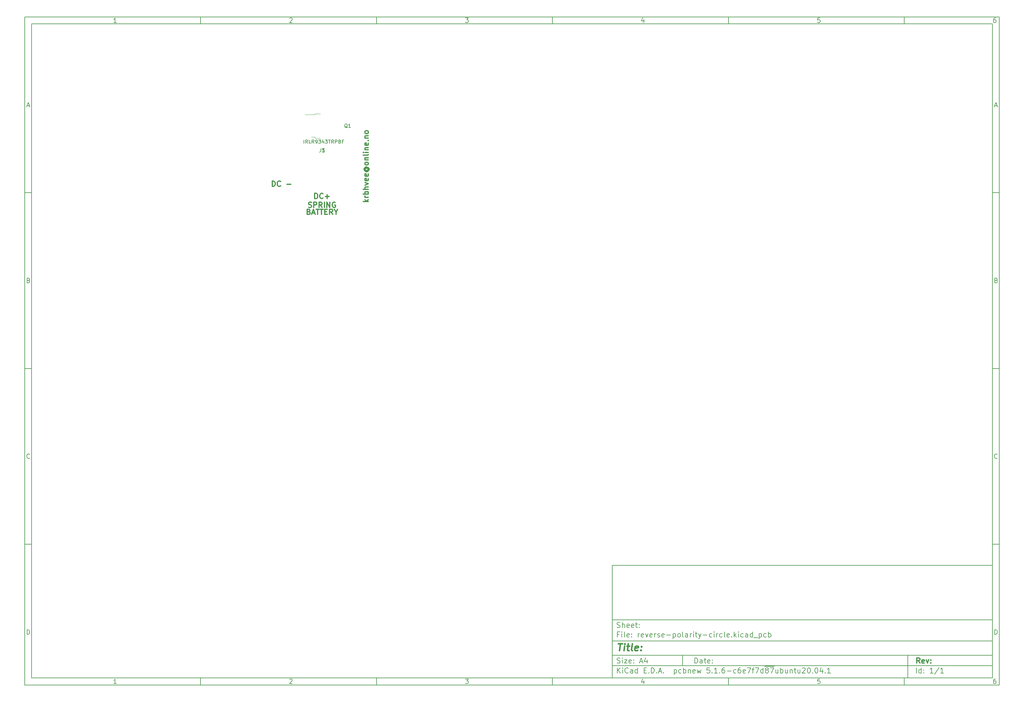
<source format=gbr>
G04 #@! TF.GenerationSoftware,KiCad,Pcbnew,5.1.6-c6e7f7d~87~ubuntu20.04.1*
G04 #@! TF.CreationDate,2020-08-14T09:14:16+02:00*
G04 #@! TF.ProjectId,reverse-polarity-circle,72657665-7273-4652-9d70-6f6c61726974,rev?*
G04 #@! TF.SameCoordinates,Original*
G04 #@! TF.FileFunction,Legend,Top*
G04 #@! TF.FilePolarity,Positive*
%FSLAX46Y46*%
G04 Gerber Fmt 4.6, Leading zero omitted, Abs format (unit mm)*
G04 Created by KiCad (PCBNEW 5.1.6-c6e7f7d~87~ubuntu20.04.1) date 2020-08-14 09:14:16*
%MOMM*%
%LPD*%
G01*
G04 APERTURE LIST*
%ADD10C,0.100000*%
%ADD11C,0.150000*%
%ADD12C,0.300000*%
%ADD13C,0.400000*%
%ADD14C,0.120000*%
G04 APERTURE END LIST*
D10*
D11*
X177002200Y-166007200D02*
X177002200Y-198007200D01*
X285002200Y-198007200D01*
X285002200Y-166007200D01*
X177002200Y-166007200D01*
D10*
D11*
X10000000Y-10000000D02*
X10000000Y-200007200D01*
X287002200Y-200007200D01*
X287002200Y-10000000D01*
X10000000Y-10000000D01*
D10*
D11*
X12000000Y-12000000D02*
X12000000Y-198007200D01*
X285002200Y-198007200D01*
X285002200Y-12000000D01*
X12000000Y-12000000D01*
D10*
D11*
X60000000Y-12000000D02*
X60000000Y-10000000D01*
D10*
D11*
X110000000Y-12000000D02*
X110000000Y-10000000D01*
D10*
D11*
X160000000Y-12000000D02*
X160000000Y-10000000D01*
D10*
D11*
X210000000Y-12000000D02*
X210000000Y-10000000D01*
D10*
D11*
X260000000Y-12000000D02*
X260000000Y-10000000D01*
D10*
D11*
X36065476Y-11588095D02*
X35322619Y-11588095D01*
X35694047Y-11588095D02*
X35694047Y-10288095D01*
X35570238Y-10473809D01*
X35446428Y-10597619D01*
X35322619Y-10659523D01*
D10*
D11*
X85322619Y-10411904D02*
X85384523Y-10350000D01*
X85508333Y-10288095D01*
X85817857Y-10288095D01*
X85941666Y-10350000D01*
X86003571Y-10411904D01*
X86065476Y-10535714D01*
X86065476Y-10659523D01*
X86003571Y-10845238D01*
X85260714Y-11588095D01*
X86065476Y-11588095D01*
D10*
D11*
X135260714Y-10288095D02*
X136065476Y-10288095D01*
X135632142Y-10783333D01*
X135817857Y-10783333D01*
X135941666Y-10845238D01*
X136003571Y-10907142D01*
X136065476Y-11030952D01*
X136065476Y-11340476D01*
X136003571Y-11464285D01*
X135941666Y-11526190D01*
X135817857Y-11588095D01*
X135446428Y-11588095D01*
X135322619Y-11526190D01*
X135260714Y-11464285D01*
D10*
D11*
X185941666Y-10721428D02*
X185941666Y-11588095D01*
X185632142Y-10226190D02*
X185322619Y-11154761D01*
X186127380Y-11154761D01*
D10*
D11*
X236003571Y-10288095D02*
X235384523Y-10288095D01*
X235322619Y-10907142D01*
X235384523Y-10845238D01*
X235508333Y-10783333D01*
X235817857Y-10783333D01*
X235941666Y-10845238D01*
X236003571Y-10907142D01*
X236065476Y-11030952D01*
X236065476Y-11340476D01*
X236003571Y-11464285D01*
X235941666Y-11526190D01*
X235817857Y-11588095D01*
X235508333Y-11588095D01*
X235384523Y-11526190D01*
X235322619Y-11464285D01*
D10*
D11*
X285941666Y-10288095D02*
X285694047Y-10288095D01*
X285570238Y-10350000D01*
X285508333Y-10411904D01*
X285384523Y-10597619D01*
X285322619Y-10845238D01*
X285322619Y-11340476D01*
X285384523Y-11464285D01*
X285446428Y-11526190D01*
X285570238Y-11588095D01*
X285817857Y-11588095D01*
X285941666Y-11526190D01*
X286003571Y-11464285D01*
X286065476Y-11340476D01*
X286065476Y-11030952D01*
X286003571Y-10907142D01*
X285941666Y-10845238D01*
X285817857Y-10783333D01*
X285570238Y-10783333D01*
X285446428Y-10845238D01*
X285384523Y-10907142D01*
X285322619Y-11030952D01*
D10*
D11*
X60000000Y-198007200D02*
X60000000Y-200007200D01*
D10*
D11*
X110000000Y-198007200D02*
X110000000Y-200007200D01*
D10*
D11*
X160000000Y-198007200D02*
X160000000Y-200007200D01*
D10*
D11*
X210000000Y-198007200D02*
X210000000Y-200007200D01*
D10*
D11*
X260000000Y-198007200D02*
X260000000Y-200007200D01*
D10*
D11*
X36065476Y-199595295D02*
X35322619Y-199595295D01*
X35694047Y-199595295D02*
X35694047Y-198295295D01*
X35570238Y-198481009D01*
X35446428Y-198604819D01*
X35322619Y-198666723D01*
D10*
D11*
X85322619Y-198419104D02*
X85384523Y-198357200D01*
X85508333Y-198295295D01*
X85817857Y-198295295D01*
X85941666Y-198357200D01*
X86003571Y-198419104D01*
X86065476Y-198542914D01*
X86065476Y-198666723D01*
X86003571Y-198852438D01*
X85260714Y-199595295D01*
X86065476Y-199595295D01*
D10*
D11*
X135260714Y-198295295D02*
X136065476Y-198295295D01*
X135632142Y-198790533D01*
X135817857Y-198790533D01*
X135941666Y-198852438D01*
X136003571Y-198914342D01*
X136065476Y-199038152D01*
X136065476Y-199347676D01*
X136003571Y-199471485D01*
X135941666Y-199533390D01*
X135817857Y-199595295D01*
X135446428Y-199595295D01*
X135322619Y-199533390D01*
X135260714Y-199471485D01*
D10*
D11*
X185941666Y-198728628D02*
X185941666Y-199595295D01*
X185632142Y-198233390D02*
X185322619Y-199161961D01*
X186127380Y-199161961D01*
D10*
D11*
X236003571Y-198295295D02*
X235384523Y-198295295D01*
X235322619Y-198914342D01*
X235384523Y-198852438D01*
X235508333Y-198790533D01*
X235817857Y-198790533D01*
X235941666Y-198852438D01*
X236003571Y-198914342D01*
X236065476Y-199038152D01*
X236065476Y-199347676D01*
X236003571Y-199471485D01*
X235941666Y-199533390D01*
X235817857Y-199595295D01*
X235508333Y-199595295D01*
X235384523Y-199533390D01*
X235322619Y-199471485D01*
D10*
D11*
X285941666Y-198295295D02*
X285694047Y-198295295D01*
X285570238Y-198357200D01*
X285508333Y-198419104D01*
X285384523Y-198604819D01*
X285322619Y-198852438D01*
X285322619Y-199347676D01*
X285384523Y-199471485D01*
X285446428Y-199533390D01*
X285570238Y-199595295D01*
X285817857Y-199595295D01*
X285941666Y-199533390D01*
X286003571Y-199471485D01*
X286065476Y-199347676D01*
X286065476Y-199038152D01*
X286003571Y-198914342D01*
X285941666Y-198852438D01*
X285817857Y-198790533D01*
X285570238Y-198790533D01*
X285446428Y-198852438D01*
X285384523Y-198914342D01*
X285322619Y-199038152D01*
D10*
D11*
X10000000Y-60000000D02*
X12000000Y-60000000D01*
D10*
D11*
X10000000Y-110000000D02*
X12000000Y-110000000D01*
D10*
D11*
X10000000Y-160000000D02*
X12000000Y-160000000D01*
D10*
D11*
X10690476Y-35216666D02*
X11309523Y-35216666D01*
X10566666Y-35588095D02*
X11000000Y-34288095D01*
X11433333Y-35588095D01*
D10*
D11*
X11092857Y-84907142D02*
X11278571Y-84969047D01*
X11340476Y-85030952D01*
X11402380Y-85154761D01*
X11402380Y-85340476D01*
X11340476Y-85464285D01*
X11278571Y-85526190D01*
X11154761Y-85588095D01*
X10659523Y-85588095D01*
X10659523Y-84288095D01*
X11092857Y-84288095D01*
X11216666Y-84350000D01*
X11278571Y-84411904D01*
X11340476Y-84535714D01*
X11340476Y-84659523D01*
X11278571Y-84783333D01*
X11216666Y-84845238D01*
X11092857Y-84907142D01*
X10659523Y-84907142D01*
D10*
D11*
X11402380Y-135464285D02*
X11340476Y-135526190D01*
X11154761Y-135588095D01*
X11030952Y-135588095D01*
X10845238Y-135526190D01*
X10721428Y-135402380D01*
X10659523Y-135278571D01*
X10597619Y-135030952D01*
X10597619Y-134845238D01*
X10659523Y-134597619D01*
X10721428Y-134473809D01*
X10845238Y-134350000D01*
X11030952Y-134288095D01*
X11154761Y-134288095D01*
X11340476Y-134350000D01*
X11402380Y-134411904D01*
D10*
D11*
X10659523Y-185588095D02*
X10659523Y-184288095D01*
X10969047Y-184288095D01*
X11154761Y-184350000D01*
X11278571Y-184473809D01*
X11340476Y-184597619D01*
X11402380Y-184845238D01*
X11402380Y-185030952D01*
X11340476Y-185278571D01*
X11278571Y-185402380D01*
X11154761Y-185526190D01*
X10969047Y-185588095D01*
X10659523Y-185588095D01*
D10*
D11*
X287002200Y-60000000D02*
X285002200Y-60000000D01*
D10*
D11*
X287002200Y-110000000D02*
X285002200Y-110000000D01*
D10*
D11*
X287002200Y-160000000D02*
X285002200Y-160000000D01*
D10*
D11*
X285692676Y-35216666D02*
X286311723Y-35216666D01*
X285568866Y-35588095D02*
X286002200Y-34288095D01*
X286435533Y-35588095D01*
D10*
D11*
X286095057Y-84907142D02*
X286280771Y-84969047D01*
X286342676Y-85030952D01*
X286404580Y-85154761D01*
X286404580Y-85340476D01*
X286342676Y-85464285D01*
X286280771Y-85526190D01*
X286156961Y-85588095D01*
X285661723Y-85588095D01*
X285661723Y-84288095D01*
X286095057Y-84288095D01*
X286218866Y-84350000D01*
X286280771Y-84411904D01*
X286342676Y-84535714D01*
X286342676Y-84659523D01*
X286280771Y-84783333D01*
X286218866Y-84845238D01*
X286095057Y-84907142D01*
X285661723Y-84907142D01*
D10*
D11*
X286404580Y-135464285D02*
X286342676Y-135526190D01*
X286156961Y-135588095D01*
X286033152Y-135588095D01*
X285847438Y-135526190D01*
X285723628Y-135402380D01*
X285661723Y-135278571D01*
X285599819Y-135030952D01*
X285599819Y-134845238D01*
X285661723Y-134597619D01*
X285723628Y-134473809D01*
X285847438Y-134350000D01*
X286033152Y-134288095D01*
X286156961Y-134288095D01*
X286342676Y-134350000D01*
X286404580Y-134411904D01*
D10*
D11*
X285661723Y-185588095D02*
X285661723Y-184288095D01*
X285971247Y-184288095D01*
X286156961Y-184350000D01*
X286280771Y-184473809D01*
X286342676Y-184597619D01*
X286404580Y-184845238D01*
X286404580Y-185030952D01*
X286342676Y-185278571D01*
X286280771Y-185402380D01*
X286156961Y-185526190D01*
X285971247Y-185588095D01*
X285661723Y-185588095D01*
D10*
D11*
X200434342Y-193785771D02*
X200434342Y-192285771D01*
X200791485Y-192285771D01*
X201005771Y-192357200D01*
X201148628Y-192500057D01*
X201220057Y-192642914D01*
X201291485Y-192928628D01*
X201291485Y-193142914D01*
X201220057Y-193428628D01*
X201148628Y-193571485D01*
X201005771Y-193714342D01*
X200791485Y-193785771D01*
X200434342Y-193785771D01*
X202577200Y-193785771D02*
X202577200Y-193000057D01*
X202505771Y-192857200D01*
X202362914Y-192785771D01*
X202077200Y-192785771D01*
X201934342Y-192857200D01*
X202577200Y-193714342D02*
X202434342Y-193785771D01*
X202077200Y-193785771D01*
X201934342Y-193714342D01*
X201862914Y-193571485D01*
X201862914Y-193428628D01*
X201934342Y-193285771D01*
X202077200Y-193214342D01*
X202434342Y-193214342D01*
X202577200Y-193142914D01*
X203077200Y-192785771D02*
X203648628Y-192785771D01*
X203291485Y-192285771D02*
X203291485Y-193571485D01*
X203362914Y-193714342D01*
X203505771Y-193785771D01*
X203648628Y-193785771D01*
X204720057Y-193714342D02*
X204577200Y-193785771D01*
X204291485Y-193785771D01*
X204148628Y-193714342D01*
X204077200Y-193571485D01*
X204077200Y-193000057D01*
X204148628Y-192857200D01*
X204291485Y-192785771D01*
X204577200Y-192785771D01*
X204720057Y-192857200D01*
X204791485Y-193000057D01*
X204791485Y-193142914D01*
X204077200Y-193285771D01*
X205434342Y-193642914D02*
X205505771Y-193714342D01*
X205434342Y-193785771D01*
X205362914Y-193714342D01*
X205434342Y-193642914D01*
X205434342Y-193785771D01*
X205434342Y-192857200D02*
X205505771Y-192928628D01*
X205434342Y-193000057D01*
X205362914Y-192928628D01*
X205434342Y-192857200D01*
X205434342Y-193000057D01*
D10*
D11*
X177002200Y-194507200D02*
X285002200Y-194507200D01*
D10*
D11*
X178434342Y-196585771D02*
X178434342Y-195085771D01*
X179291485Y-196585771D02*
X178648628Y-195728628D01*
X179291485Y-195085771D02*
X178434342Y-195942914D01*
X179934342Y-196585771D02*
X179934342Y-195585771D01*
X179934342Y-195085771D02*
X179862914Y-195157200D01*
X179934342Y-195228628D01*
X180005771Y-195157200D01*
X179934342Y-195085771D01*
X179934342Y-195228628D01*
X181505771Y-196442914D02*
X181434342Y-196514342D01*
X181220057Y-196585771D01*
X181077200Y-196585771D01*
X180862914Y-196514342D01*
X180720057Y-196371485D01*
X180648628Y-196228628D01*
X180577200Y-195942914D01*
X180577200Y-195728628D01*
X180648628Y-195442914D01*
X180720057Y-195300057D01*
X180862914Y-195157200D01*
X181077200Y-195085771D01*
X181220057Y-195085771D01*
X181434342Y-195157200D01*
X181505771Y-195228628D01*
X182791485Y-196585771D02*
X182791485Y-195800057D01*
X182720057Y-195657200D01*
X182577200Y-195585771D01*
X182291485Y-195585771D01*
X182148628Y-195657200D01*
X182791485Y-196514342D02*
X182648628Y-196585771D01*
X182291485Y-196585771D01*
X182148628Y-196514342D01*
X182077200Y-196371485D01*
X182077200Y-196228628D01*
X182148628Y-196085771D01*
X182291485Y-196014342D01*
X182648628Y-196014342D01*
X182791485Y-195942914D01*
X184148628Y-196585771D02*
X184148628Y-195085771D01*
X184148628Y-196514342D02*
X184005771Y-196585771D01*
X183720057Y-196585771D01*
X183577200Y-196514342D01*
X183505771Y-196442914D01*
X183434342Y-196300057D01*
X183434342Y-195871485D01*
X183505771Y-195728628D01*
X183577200Y-195657200D01*
X183720057Y-195585771D01*
X184005771Y-195585771D01*
X184148628Y-195657200D01*
X186005771Y-195800057D02*
X186505771Y-195800057D01*
X186720057Y-196585771D02*
X186005771Y-196585771D01*
X186005771Y-195085771D01*
X186720057Y-195085771D01*
X187362914Y-196442914D02*
X187434342Y-196514342D01*
X187362914Y-196585771D01*
X187291485Y-196514342D01*
X187362914Y-196442914D01*
X187362914Y-196585771D01*
X188077200Y-196585771D02*
X188077200Y-195085771D01*
X188434342Y-195085771D01*
X188648628Y-195157200D01*
X188791485Y-195300057D01*
X188862914Y-195442914D01*
X188934342Y-195728628D01*
X188934342Y-195942914D01*
X188862914Y-196228628D01*
X188791485Y-196371485D01*
X188648628Y-196514342D01*
X188434342Y-196585771D01*
X188077200Y-196585771D01*
X189577200Y-196442914D02*
X189648628Y-196514342D01*
X189577200Y-196585771D01*
X189505771Y-196514342D01*
X189577200Y-196442914D01*
X189577200Y-196585771D01*
X190220057Y-196157200D02*
X190934342Y-196157200D01*
X190077200Y-196585771D02*
X190577200Y-195085771D01*
X191077200Y-196585771D01*
X191577200Y-196442914D02*
X191648628Y-196514342D01*
X191577200Y-196585771D01*
X191505771Y-196514342D01*
X191577200Y-196442914D01*
X191577200Y-196585771D01*
X194577200Y-195585771D02*
X194577200Y-197085771D01*
X194577200Y-195657200D02*
X194720057Y-195585771D01*
X195005771Y-195585771D01*
X195148628Y-195657200D01*
X195220057Y-195728628D01*
X195291485Y-195871485D01*
X195291485Y-196300057D01*
X195220057Y-196442914D01*
X195148628Y-196514342D01*
X195005771Y-196585771D01*
X194720057Y-196585771D01*
X194577200Y-196514342D01*
X196577200Y-196514342D02*
X196434342Y-196585771D01*
X196148628Y-196585771D01*
X196005771Y-196514342D01*
X195934342Y-196442914D01*
X195862914Y-196300057D01*
X195862914Y-195871485D01*
X195934342Y-195728628D01*
X196005771Y-195657200D01*
X196148628Y-195585771D01*
X196434342Y-195585771D01*
X196577200Y-195657200D01*
X197220057Y-196585771D02*
X197220057Y-195085771D01*
X197220057Y-195657200D02*
X197362914Y-195585771D01*
X197648628Y-195585771D01*
X197791485Y-195657200D01*
X197862914Y-195728628D01*
X197934342Y-195871485D01*
X197934342Y-196300057D01*
X197862914Y-196442914D01*
X197791485Y-196514342D01*
X197648628Y-196585771D01*
X197362914Y-196585771D01*
X197220057Y-196514342D01*
X198577200Y-195585771D02*
X198577200Y-196585771D01*
X198577200Y-195728628D02*
X198648628Y-195657200D01*
X198791485Y-195585771D01*
X199005771Y-195585771D01*
X199148628Y-195657200D01*
X199220057Y-195800057D01*
X199220057Y-196585771D01*
X200505771Y-196514342D02*
X200362914Y-196585771D01*
X200077200Y-196585771D01*
X199934342Y-196514342D01*
X199862914Y-196371485D01*
X199862914Y-195800057D01*
X199934342Y-195657200D01*
X200077200Y-195585771D01*
X200362914Y-195585771D01*
X200505771Y-195657200D01*
X200577200Y-195800057D01*
X200577200Y-195942914D01*
X199862914Y-196085771D01*
X201077200Y-195585771D02*
X201362914Y-196585771D01*
X201648628Y-195871485D01*
X201934342Y-196585771D01*
X202220057Y-195585771D01*
X204648628Y-195085771D02*
X203934342Y-195085771D01*
X203862914Y-195800057D01*
X203934342Y-195728628D01*
X204077200Y-195657200D01*
X204434342Y-195657200D01*
X204577200Y-195728628D01*
X204648628Y-195800057D01*
X204720057Y-195942914D01*
X204720057Y-196300057D01*
X204648628Y-196442914D01*
X204577200Y-196514342D01*
X204434342Y-196585771D01*
X204077200Y-196585771D01*
X203934342Y-196514342D01*
X203862914Y-196442914D01*
X205362914Y-196442914D02*
X205434342Y-196514342D01*
X205362914Y-196585771D01*
X205291485Y-196514342D01*
X205362914Y-196442914D01*
X205362914Y-196585771D01*
X206862914Y-196585771D02*
X206005771Y-196585771D01*
X206434342Y-196585771D02*
X206434342Y-195085771D01*
X206291485Y-195300057D01*
X206148628Y-195442914D01*
X206005771Y-195514342D01*
X207505771Y-196442914D02*
X207577200Y-196514342D01*
X207505771Y-196585771D01*
X207434342Y-196514342D01*
X207505771Y-196442914D01*
X207505771Y-196585771D01*
X208862914Y-195085771D02*
X208577200Y-195085771D01*
X208434342Y-195157200D01*
X208362914Y-195228628D01*
X208220057Y-195442914D01*
X208148628Y-195728628D01*
X208148628Y-196300057D01*
X208220057Y-196442914D01*
X208291485Y-196514342D01*
X208434342Y-196585771D01*
X208720057Y-196585771D01*
X208862914Y-196514342D01*
X208934342Y-196442914D01*
X209005771Y-196300057D01*
X209005771Y-195942914D01*
X208934342Y-195800057D01*
X208862914Y-195728628D01*
X208720057Y-195657200D01*
X208434342Y-195657200D01*
X208291485Y-195728628D01*
X208220057Y-195800057D01*
X208148628Y-195942914D01*
X209648628Y-196014342D02*
X210791485Y-196014342D01*
X212148628Y-196514342D02*
X212005771Y-196585771D01*
X211720057Y-196585771D01*
X211577200Y-196514342D01*
X211505771Y-196442914D01*
X211434342Y-196300057D01*
X211434342Y-195871485D01*
X211505771Y-195728628D01*
X211577200Y-195657200D01*
X211720057Y-195585771D01*
X212005771Y-195585771D01*
X212148628Y-195657200D01*
X213434342Y-195085771D02*
X213148628Y-195085771D01*
X213005771Y-195157200D01*
X212934342Y-195228628D01*
X212791485Y-195442914D01*
X212720057Y-195728628D01*
X212720057Y-196300057D01*
X212791485Y-196442914D01*
X212862914Y-196514342D01*
X213005771Y-196585771D01*
X213291485Y-196585771D01*
X213434342Y-196514342D01*
X213505771Y-196442914D01*
X213577200Y-196300057D01*
X213577200Y-195942914D01*
X213505771Y-195800057D01*
X213434342Y-195728628D01*
X213291485Y-195657200D01*
X213005771Y-195657200D01*
X212862914Y-195728628D01*
X212791485Y-195800057D01*
X212720057Y-195942914D01*
X214791485Y-196514342D02*
X214648628Y-196585771D01*
X214362914Y-196585771D01*
X214220057Y-196514342D01*
X214148628Y-196371485D01*
X214148628Y-195800057D01*
X214220057Y-195657200D01*
X214362914Y-195585771D01*
X214648628Y-195585771D01*
X214791485Y-195657200D01*
X214862914Y-195800057D01*
X214862914Y-195942914D01*
X214148628Y-196085771D01*
X215362914Y-195085771D02*
X216362914Y-195085771D01*
X215720057Y-196585771D01*
X216720057Y-195585771D02*
X217291485Y-195585771D01*
X216934342Y-196585771D02*
X216934342Y-195300057D01*
X217005771Y-195157200D01*
X217148628Y-195085771D01*
X217291485Y-195085771D01*
X217648628Y-195085771D02*
X218648628Y-195085771D01*
X218005771Y-196585771D01*
X219862914Y-196585771D02*
X219862914Y-195085771D01*
X219862914Y-196514342D02*
X219720057Y-196585771D01*
X219434342Y-196585771D01*
X219291485Y-196514342D01*
X219220057Y-196442914D01*
X219148628Y-196300057D01*
X219148628Y-195871485D01*
X219220057Y-195728628D01*
X219291485Y-195657200D01*
X219434342Y-195585771D01*
X219720057Y-195585771D01*
X219862914Y-195657200D01*
X220220057Y-194677200D02*
X221648628Y-194677200D01*
X220791485Y-195728628D02*
X220648628Y-195657200D01*
X220577200Y-195585771D01*
X220505771Y-195442914D01*
X220505771Y-195371485D01*
X220577200Y-195228628D01*
X220648628Y-195157200D01*
X220791485Y-195085771D01*
X221077200Y-195085771D01*
X221220057Y-195157200D01*
X221291485Y-195228628D01*
X221362914Y-195371485D01*
X221362914Y-195442914D01*
X221291485Y-195585771D01*
X221220057Y-195657200D01*
X221077200Y-195728628D01*
X220791485Y-195728628D01*
X220648628Y-195800057D01*
X220577200Y-195871485D01*
X220505771Y-196014342D01*
X220505771Y-196300057D01*
X220577200Y-196442914D01*
X220648628Y-196514342D01*
X220791485Y-196585771D01*
X221077200Y-196585771D01*
X221220057Y-196514342D01*
X221291485Y-196442914D01*
X221362914Y-196300057D01*
X221362914Y-196014342D01*
X221291485Y-195871485D01*
X221220057Y-195800057D01*
X221077200Y-195728628D01*
X221648628Y-194677200D02*
X223077200Y-194677200D01*
X221862914Y-195085771D02*
X222862914Y-195085771D01*
X222220057Y-196585771D01*
X224077200Y-195585771D02*
X224077200Y-196585771D01*
X223434342Y-195585771D02*
X223434342Y-196371485D01*
X223505771Y-196514342D01*
X223648628Y-196585771D01*
X223862914Y-196585771D01*
X224005771Y-196514342D01*
X224077200Y-196442914D01*
X224791485Y-196585771D02*
X224791485Y-195085771D01*
X224791485Y-195657200D02*
X224934342Y-195585771D01*
X225220057Y-195585771D01*
X225362914Y-195657200D01*
X225434342Y-195728628D01*
X225505771Y-195871485D01*
X225505771Y-196300057D01*
X225434342Y-196442914D01*
X225362914Y-196514342D01*
X225220057Y-196585771D01*
X224934342Y-196585771D01*
X224791485Y-196514342D01*
X226791485Y-195585771D02*
X226791485Y-196585771D01*
X226148628Y-195585771D02*
X226148628Y-196371485D01*
X226220057Y-196514342D01*
X226362914Y-196585771D01*
X226577200Y-196585771D01*
X226720057Y-196514342D01*
X226791485Y-196442914D01*
X227505771Y-195585771D02*
X227505771Y-196585771D01*
X227505771Y-195728628D02*
X227577200Y-195657200D01*
X227720057Y-195585771D01*
X227934342Y-195585771D01*
X228077200Y-195657200D01*
X228148628Y-195800057D01*
X228148628Y-196585771D01*
X228648628Y-195585771D02*
X229220057Y-195585771D01*
X228862914Y-195085771D02*
X228862914Y-196371485D01*
X228934342Y-196514342D01*
X229077200Y-196585771D01*
X229220057Y-196585771D01*
X230362914Y-195585771D02*
X230362914Y-196585771D01*
X229720057Y-195585771D02*
X229720057Y-196371485D01*
X229791485Y-196514342D01*
X229934342Y-196585771D01*
X230148628Y-196585771D01*
X230291485Y-196514342D01*
X230362914Y-196442914D01*
X231005771Y-195228628D02*
X231077200Y-195157200D01*
X231220057Y-195085771D01*
X231577200Y-195085771D01*
X231720057Y-195157200D01*
X231791485Y-195228628D01*
X231862914Y-195371485D01*
X231862914Y-195514342D01*
X231791485Y-195728628D01*
X230934342Y-196585771D01*
X231862914Y-196585771D01*
X232791485Y-195085771D02*
X232934342Y-195085771D01*
X233077200Y-195157200D01*
X233148628Y-195228628D01*
X233220057Y-195371485D01*
X233291485Y-195657200D01*
X233291485Y-196014342D01*
X233220057Y-196300057D01*
X233148628Y-196442914D01*
X233077200Y-196514342D01*
X232934342Y-196585771D01*
X232791485Y-196585771D01*
X232648628Y-196514342D01*
X232577200Y-196442914D01*
X232505771Y-196300057D01*
X232434342Y-196014342D01*
X232434342Y-195657200D01*
X232505771Y-195371485D01*
X232577200Y-195228628D01*
X232648628Y-195157200D01*
X232791485Y-195085771D01*
X233934342Y-196442914D02*
X234005771Y-196514342D01*
X233934342Y-196585771D01*
X233862914Y-196514342D01*
X233934342Y-196442914D01*
X233934342Y-196585771D01*
X234934342Y-195085771D02*
X235077200Y-195085771D01*
X235220057Y-195157200D01*
X235291485Y-195228628D01*
X235362914Y-195371485D01*
X235434342Y-195657200D01*
X235434342Y-196014342D01*
X235362914Y-196300057D01*
X235291485Y-196442914D01*
X235220057Y-196514342D01*
X235077200Y-196585771D01*
X234934342Y-196585771D01*
X234791485Y-196514342D01*
X234720057Y-196442914D01*
X234648628Y-196300057D01*
X234577200Y-196014342D01*
X234577200Y-195657200D01*
X234648628Y-195371485D01*
X234720057Y-195228628D01*
X234791485Y-195157200D01*
X234934342Y-195085771D01*
X236720057Y-195585771D02*
X236720057Y-196585771D01*
X236362914Y-195014342D02*
X236005771Y-196085771D01*
X236934342Y-196085771D01*
X237505771Y-196442914D02*
X237577199Y-196514342D01*
X237505771Y-196585771D01*
X237434342Y-196514342D01*
X237505771Y-196442914D01*
X237505771Y-196585771D01*
X239005771Y-196585771D02*
X238148628Y-196585771D01*
X238577200Y-196585771D02*
X238577200Y-195085771D01*
X238434342Y-195300057D01*
X238291485Y-195442914D01*
X238148628Y-195514342D01*
D10*
D11*
X177002200Y-191507200D02*
X285002200Y-191507200D01*
D10*
D12*
X264411485Y-193785771D02*
X263911485Y-193071485D01*
X263554342Y-193785771D02*
X263554342Y-192285771D01*
X264125771Y-192285771D01*
X264268628Y-192357200D01*
X264340057Y-192428628D01*
X264411485Y-192571485D01*
X264411485Y-192785771D01*
X264340057Y-192928628D01*
X264268628Y-193000057D01*
X264125771Y-193071485D01*
X263554342Y-193071485D01*
X265625771Y-193714342D02*
X265482914Y-193785771D01*
X265197200Y-193785771D01*
X265054342Y-193714342D01*
X264982914Y-193571485D01*
X264982914Y-193000057D01*
X265054342Y-192857200D01*
X265197200Y-192785771D01*
X265482914Y-192785771D01*
X265625771Y-192857200D01*
X265697200Y-193000057D01*
X265697200Y-193142914D01*
X264982914Y-193285771D01*
X266197200Y-192785771D02*
X266554342Y-193785771D01*
X266911485Y-192785771D01*
X267482914Y-193642914D02*
X267554342Y-193714342D01*
X267482914Y-193785771D01*
X267411485Y-193714342D01*
X267482914Y-193642914D01*
X267482914Y-193785771D01*
X267482914Y-192857200D02*
X267554342Y-192928628D01*
X267482914Y-193000057D01*
X267411485Y-192928628D01*
X267482914Y-192857200D01*
X267482914Y-193000057D01*
D10*
D11*
X178362914Y-193714342D02*
X178577200Y-193785771D01*
X178934342Y-193785771D01*
X179077200Y-193714342D01*
X179148628Y-193642914D01*
X179220057Y-193500057D01*
X179220057Y-193357200D01*
X179148628Y-193214342D01*
X179077200Y-193142914D01*
X178934342Y-193071485D01*
X178648628Y-193000057D01*
X178505771Y-192928628D01*
X178434342Y-192857200D01*
X178362914Y-192714342D01*
X178362914Y-192571485D01*
X178434342Y-192428628D01*
X178505771Y-192357200D01*
X178648628Y-192285771D01*
X179005771Y-192285771D01*
X179220057Y-192357200D01*
X179862914Y-193785771D02*
X179862914Y-192785771D01*
X179862914Y-192285771D02*
X179791485Y-192357200D01*
X179862914Y-192428628D01*
X179934342Y-192357200D01*
X179862914Y-192285771D01*
X179862914Y-192428628D01*
X180434342Y-192785771D02*
X181220057Y-192785771D01*
X180434342Y-193785771D01*
X181220057Y-193785771D01*
X182362914Y-193714342D02*
X182220057Y-193785771D01*
X181934342Y-193785771D01*
X181791485Y-193714342D01*
X181720057Y-193571485D01*
X181720057Y-193000057D01*
X181791485Y-192857200D01*
X181934342Y-192785771D01*
X182220057Y-192785771D01*
X182362914Y-192857200D01*
X182434342Y-193000057D01*
X182434342Y-193142914D01*
X181720057Y-193285771D01*
X183077200Y-193642914D02*
X183148628Y-193714342D01*
X183077200Y-193785771D01*
X183005771Y-193714342D01*
X183077200Y-193642914D01*
X183077200Y-193785771D01*
X183077200Y-192857200D02*
X183148628Y-192928628D01*
X183077200Y-193000057D01*
X183005771Y-192928628D01*
X183077200Y-192857200D01*
X183077200Y-193000057D01*
X184862914Y-193357200D02*
X185577200Y-193357200D01*
X184720057Y-193785771D02*
X185220057Y-192285771D01*
X185720057Y-193785771D01*
X186862914Y-192785771D02*
X186862914Y-193785771D01*
X186505771Y-192214342D02*
X186148628Y-193285771D01*
X187077200Y-193285771D01*
D10*
D11*
X263434342Y-196585771D02*
X263434342Y-195085771D01*
X264791485Y-196585771D02*
X264791485Y-195085771D01*
X264791485Y-196514342D02*
X264648628Y-196585771D01*
X264362914Y-196585771D01*
X264220057Y-196514342D01*
X264148628Y-196442914D01*
X264077200Y-196300057D01*
X264077200Y-195871485D01*
X264148628Y-195728628D01*
X264220057Y-195657200D01*
X264362914Y-195585771D01*
X264648628Y-195585771D01*
X264791485Y-195657200D01*
X265505771Y-196442914D02*
X265577200Y-196514342D01*
X265505771Y-196585771D01*
X265434342Y-196514342D01*
X265505771Y-196442914D01*
X265505771Y-196585771D01*
X265505771Y-195657200D02*
X265577200Y-195728628D01*
X265505771Y-195800057D01*
X265434342Y-195728628D01*
X265505771Y-195657200D01*
X265505771Y-195800057D01*
X268148628Y-196585771D02*
X267291485Y-196585771D01*
X267720057Y-196585771D02*
X267720057Y-195085771D01*
X267577200Y-195300057D01*
X267434342Y-195442914D01*
X267291485Y-195514342D01*
X269862914Y-195014342D02*
X268577200Y-196942914D01*
X271148628Y-196585771D02*
X270291485Y-196585771D01*
X270720057Y-196585771D02*
X270720057Y-195085771D01*
X270577200Y-195300057D01*
X270434342Y-195442914D01*
X270291485Y-195514342D01*
D10*
D11*
X177002200Y-187507200D02*
X285002200Y-187507200D01*
D10*
D13*
X178714580Y-188211961D02*
X179857438Y-188211961D01*
X179036009Y-190211961D02*
X179286009Y-188211961D01*
X180274104Y-190211961D02*
X180440771Y-188878628D01*
X180524104Y-188211961D02*
X180416961Y-188307200D01*
X180500295Y-188402438D01*
X180607438Y-188307200D01*
X180524104Y-188211961D01*
X180500295Y-188402438D01*
X181107438Y-188878628D02*
X181869342Y-188878628D01*
X181476485Y-188211961D02*
X181262200Y-189926247D01*
X181333628Y-190116723D01*
X181512200Y-190211961D01*
X181702676Y-190211961D01*
X182655057Y-190211961D02*
X182476485Y-190116723D01*
X182405057Y-189926247D01*
X182619342Y-188211961D01*
X184190771Y-190116723D02*
X183988390Y-190211961D01*
X183607438Y-190211961D01*
X183428866Y-190116723D01*
X183357438Y-189926247D01*
X183452676Y-189164342D01*
X183571723Y-188973866D01*
X183774104Y-188878628D01*
X184155057Y-188878628D01*
X184333628Y-188973866D01*
X184405057Y-189164342D01*
X184381247Y-189354819D01*
X183405057Y-189545295D01*
X185155057Y-190021485D02*
X185238390Y-190116723D01*
X185131247Y-190211961D01*
X185047914Y-190116723D01*
X185155057Y-190021485D01*
X185131247Y-190211961D01*
X185286009Y-188973866D02*
X185369342Y-189069104D01*
X185262200Y-189164342D01*
X185178866Y-189069104D01*
X185286009Y-188973866D01*
X185262200Y-189164342D01*
D10*
D11*
X178934342Y-185600057D02*
X178434342Y-185600057D01*
X178434342Y-186385771D02*
X178434342Y-184885771D01*
X179148628Y-184885771D01*
X179720057Y-186385771D02*
X179720057Y-185385771D01*
X179720057Y-184885771D02*
X179648628Y-184957200D01*
X179720057Y-185028628D01*
X179791485Y-184957200D01*
X179720057Y-184885771D01*
X179720057Y-185028628D01*
X180648628Y-186385771D02*
X180505771Y-186314342D01*
X180434342Y-186171485D01*
X180434342Y-184885771D01*
X181791485Y-186314342D02*
X181648628Y-186385771D01*
X181362914Y-186385771D01*
X181220057Y-186314342D01*
X181148628Y-186171485D01*
X181148628Y-185600057D01*
X181220057Y-185457200D01*
X181362914Y-185385771D01*
X181648628Y-185385771D01*
X181791485Y-185457200D01*
X181862914Y-185600057D01*
X181862914Y-185742914D01*
X181148628Y-185885771D01*
X182505771Y-186242914D02*
X182577200Y-186314342D01*
X182505771Y-186385771D01*
X182434342Y-186314342D01*
X182505771Y-186242914D01*
X182505771Y-186385771D01*
X182505771Y-185457200D02*
X182577200Y-185528628D01*
X182505771Y-185600057D01*
X182434342Y-185528628D01*
X182505771Y-185457200D01*
X182505771Y-185600057D01*
X184362914Y-186385771D02*
X184362914Y-185385771D01*
X184362914Y-185671485D02*
X184434342Y-185528628D01*
X184505771Y-185457200D01*
X184648628Y-185385771D01*
X184791485Y-185385771D01*
X185862914Y-186314342D02*
X185720057Y-186385771D01*
X185434342Y-186385771D01*
X185291485Y-186314342D01*
X185220057Y-186171485D01*
X185220057Y-185600057D01*
X185291485Y-185457200D01*
X185434342Y-185385771D01*
X185720057Y-185385771D01*
X185862914Y-185457200D01*
X185934342Y-185600057D01*
X185934342Y-185742914D01*
X185220057Y-185885771D01*
X186434342Y-185385771D02*
X186791485Y-186385771D01*
X187148628Y-185385771D01*
X188291485Y-186314342D02*
X188148628Y-186385771D01*
X187862914Y-186385771D01*
X187720057Y-186314342D01*
X187648628Y-186171485D01*
X187648628Y-185600057D01*
X187720057Y-185457200D01*
X187862914Y-185385771D01*
X188148628Y-185385771D01*
X188291485Y-185457200D01*
X188362914Y-185600057D01*
X188362914Y-185742914D01*
X187648628Y-185885771D01*
X189005771Y-186385771D02*
X189005771Y-185385771D01*
X189005771Y-185671485D02*
X189077200Y-185528628D01*
X189148628Y-185457200D01*
X189291485Y-185385771D01*
X189434342Y-185385771D01*
X189862914Y-186314342D02*
X190005771Y-186385771D01*
X190291485Y-186385771D01*
X190434342Y-186314342D01*
X190505771Y-186171485D01*
X190505771Y-186100057D01*
X190434342Y-185957200D01*
X190291485Y-185885771D01*
X190077200Y-185885771D01*
X189934342Y-185814342D01*
X189862914Y-185671485D01*
X189862914Y-185600057D01*
X189934342Y-185457200D01*
X190077200Y-185385771D01*
X190291485Y-185385771D01*
X190434342Y-185457200D01*
X191720057Y-186314342D02*
X191577200Y-186385771D01*
X191291485Y-186385771D01*
X191148628Y-186314342D01*
X191077200Y-186171485D01*
X191077200Y-185600057D01*
X191148628Y-185457200D01*
X191291485Y-185385771D01*
X191577200Y-185385771D01*
X191720057Y-185457200D01*
X191791485Y-185600057D01*
X191791485Y-185742914D01*
X191077200Y-185885771D01*
X192434342Y-185814342D02*
X193577200Y-185814342D01*
X194291485Y-185385771D02*
X194291485Y-186885771D01*
X194291485Y-185457200D02*
X194434342Y-185385771D01*
X194720057Y-185385771D01*
X194862914Y-185457200D01*
X194934342Y-185528628D01*
X195005771Y-185671485D01*
X195005771Y-186100057D01*
X194934342Y-186242914D01*
X194862914Y-186314342D01*
X194720057Y-186385771D01*
X194434342Y-186385771D01*
X194291485Y-186314342D01*
X195862914Y-186385771D02*
X195720057Y-186314342D01*
X195648628Y-186242914D01*
X195577200Y-186100057D01*
X195577200Y-185671485D01*
X195648628Y-185528628D01*
X195720057Y-185457200D01*
X195862914Y-185385771D01*
X196077200Y-185385771D01*
X196220057Y-185457200D01*
X196291485Y-185528628D01*
X196362914Y-185671485D01*
X196362914Y-186100057D01*
X196291485Y-186242914D01*
X196220057Y-186314342D01*
X196077200Y-186385771D01*
X195862914Y-186385771D01*
X197220057Y-186385771D02*
X197077200Y-186314342D01*
X197005771Y-186171485D01*
X197005771Y-184885771D01*
X198434342Y-186385771D02*
X198434342Y-185600057D01*
X198362914Y-185457200D01*
X198220057Y-185385771D01*
X197934342Y-185385771D01*
X197791485Y-185457200D01*
X198434342Y-186314342D02*
X198291485Y-186385771D01*
X197934342Y-186385771D01*
X197791485Y-186314342D01*
X197720057Y-186171485D01*
X197720057Y-186028628D01*
X197791485Y-185885771D01*
X197934342Y-185814342D01*
X198291485Y-185814342D01*
X198434342Y-185742914D01*
X199148628Y-186385771D02*
X199148628Y-185385771D01*
X199148628Y-185671485D02*
X199220057Y-185528628D01*
X199291485Y-185457200D01*
X199434342Y-185385771D01*
X199577200Y-185385771D01*
X200077200Y-186385771D02*
X200077200Y-185385771D01*
X200077200Y-184885771D02*
X200005771Y-184957200D01*
X200077200Y-185028628D01*
X200148628Y-184957200D01*
X200077200Y-184885771D01*
X200077200Y-185028628D01*
X200577200Y-185385771D02*
X201148628Y-185385771D01*
X200791485Y-184885771D02*
X200791485Y-186171485D01*
X200862914Y-186314342D01*
X201005771Y-186385771D01*
X201148628Y-186385771D01*
X201505771Y-185385771D02*
X201862914Y-186385771D01*
X202220057Y-185385771D02*
X201862914Y-186385771D01*
X201720057Y-186742914D01*
X201648628Y-186814342D01*
X201505771Y-186885771D01*
X202791485Y-185814342D02*
X203934342Y-185814342D01*
X205291485Y-186314342D02*
X205148628Y-186385771D01*
X204862914Y-186385771D01*
X204720057Y-186314342D01*
X204648628Y-186242914D01*
X204577200Y-186100057D01*
X204577200Y-185671485D01*
X204648628Y-185528628D01*
X204720057Y-185457200D01*
X204862914Y-185385771D01*
X205148628Y-185385771D01*
X205291485Y-185457200D01*
X205934342Y-186385771D02*
X205934342Y-185385771D01*
X205934342Y-184885771D02*
X205862914Y-184957200D01*
X205934342Y-185028628D01*
X206005771Y-184957200D01*
X205934342Y-184885771D01*
X205934342Y-185028628D01*
X206648628Y-186385771D02*
X206648628Y-185385771D01*
X206648628Y-185671485D02*
X206720057Y-185528628D01*
X206791485Y-185457200D01*
X206934342Y-185385771D01*
X207077200Y-185385771D01*
X208220057Y-186314342D02*
X208077200Y-186385771D01*
X207791485Y-186385771D01*
X207648628Y-186314342D01*
X207577200Y-186242914D01*
X207505771Y-186100057D01*
X207505771Y-185671485D01*
X207577200Y-185528628D01*
X207648628Y-185457200D01*
X207791485Y-185385771D01*
X208077200Y-185385771D01*
X208220057Y-185457200D01*
X209077200Y-186385771D02*
X208934342Y-186314342D01*
X208862914Y-186171485D01*
X208862914Y-184885771D01*
X210220057Y-186314342D02*
X210077200Y-186385771D01*
X209791485Y-186385771D01*
X209648628Y-186314342D01*
X209577200Y-186171485D01*
X209577200Y-185600057D01*
X209648628Y-185457200D01*
X209791485Y-185385771D01*
X210077200Y-185385771D01*
X210220057Y-185457200D01*
X210291485Y-185600057D01*
X210291485Y-185742914D01*
X209577200Y-185885771D01*
X210934342Y-186242914D02*
X211005771Y-186314342D01*
X210934342Y-186385771D01*
X210862914Y-186314342D01*
X210934342Y-186242914D01*
X210934342Y-186385771D01*
X211648628Y-186385771D02*
X211648628Y-184885771D01*
X211791485Y-185814342D02*
X212220057Y-186385771D01*
X212220057Y-185385771D02*
X211648628Y-185957200D01*
X212862914Y-186385771D02*
X212862914Y-185385771D01*
X212862914Y-184885771D02*
X212791485Y-184957200D01*
X212862914Y-185028628D01*
X212934342Y-184957200D01*
X212862914Y-184885771D01*
X212862914Y-185028628D01*
X214220057Y-186314342D02*
X214077200Y-186385771D01*
X213791485Y-186385771D01*
X213648628Y-186314342D01*
X213577200Y-186242914D01*
X213505771Y-186100057D01*
X213505771Y-185671485D01*
X213577200Y-185528628D01*
X213648628Y-185457200D01*
X213791485Y-185385771D01*
X214077200Y-185385771D01*
X214220057Y-185457200D01*
X215505771Y-186385771D02*
X215505771Y-185600057D01*
X215434342Y-185457200D01*
X215291485Y-185385771D01*
X215005771Y-185385771D01*
X214862914Y-185457200D01*
X215505771Y-186314342D02*
X215362914Y-186385771D01*
X215005771Y-186385771D01*
X214862914Y-186314342D01*
X214791485Y-186171485D01*
X214791485Y-186028628D01*
X214862914Y-185885771D01*
X215005771Y-185814342D01*
X215362914Y-185814342D01*
X215505771Y-185742914D01*
X216862914Y-186385771D02*
X216862914Y-184885771D01*
X216862914Y-186314342D02*
X216720057Y-186385771D01*
X216434342Y-186385771D01*
X216291485Y-186314342D01*
X216220057Y-186242914D01*
X216148628Y-186100057D01*
X216148628Y-185671485D01*
X216220057Y-185528628D01*
X216291485Y-185457200D01*
X216434342Y-185385771D01*
X216720057Y-185385771D01*
X216862914Y-185457200D01*
X217220057Y-186528628D02*
X218362914Y-186528628D01*
X218720057Y-185385771D02*
X218720057Y-186885771D01*
X218720057Y-185457200D02*
X218862914Y-185385771D01*
X219148628Y-185385771D01*
X219291485Y-185457200D01*
X219362914Y-185528628D01*
X219434342Y-185671485D01*
X219434342Y-186100057D01*
X219362914Y-186242914D01*
X219291485Y-186314342D01*
X219148628Y-186385771D01*
X218862914Y-186385771D01*
X218720057Y-186314342D01*
X220720057Y-186314342D02*
X220577200Y-186385771D01*
X220291485Y-186385771D01*
X220148628Y-186314342D01*
X220077200Y-186242914D01*
X220005771Y-186100057D01*
X220005771Y-185671485D01*
X220077200Y-185528628D01*
X220148628Y-185457200D01*
X220291485Y-185385771D01*
X220577200Y-185385771D01*
X220720057Y-185457200D01*
X221362914Y-186385771D02*
X221362914Y-184885771D01*
X221362914Y-185457200D02*
X221505771Y-185385771D01*
X221791485Y-185385771D01*
X221934342Y-185457200D01*
X222005771Y-185528628D01*
X222077200Y-185671485D01*
X222077200Y-186100057D01*
X222005771Y-186242914D01*
X221934342Y-186314342D01*
X221791485Y-186385771D01*
X221505771Y-186385771D01*
X221362914Y-186314342D01*
D10*
D11*
X177002200Y-181507200D02*
X285002200Y-181507200D01*
D10*
D11*
X178362914Y-183614342D02*
X178577200Y-183685771D01*
X178934342Y-183685771D01*
X179077200Y-183614342D01*
X179148628Y-183542914D01*
X179220057Y-183400057D01*
X179220057Y-183257200D01*
X179148628Y-183114342D01*
X179077200Y-183042914D01*
X178934342Y-182971485D01*
X178648628Y-182900057D01*
X178505771Y-182828628D01*
X178434342Y-182757200D01*
X178362914Y-182614342D01*
X178362914Y-182471485D01*
X178434342Y-182328628D01*
X178505771Y-182257200D01*
X178648628Y-182185771D01*
X179005771Y-182185771D01*
X179220057Y-182257200D01*
X179862914Y-183685771D02*
X179862914Y-182185771D01*
X180505771Y-183685771D02*
X180505771Y-182900057D01*
X180434342Y-182757200D01*
X180291485Y-182685771D01*
X180077200Y-182685771D01*
X179934342Y-182757200D01*
X179862914Y-182828628D01*
X181791485Y-183614342D02*
X181648628Y-183685771D01*
X181362914Y-183685771D01*
X181220057Y-183614342D01*
X181148628Y-183471485D01*
X181148628Y-182900057D01*
X181220057Y-182757200D01*
X181362914Y-182685771D01*
X181648628Y-182685771D01*
X181791485Y-182757200D01*
X181862914Y-182900057D01*
X181862914Y-183042914D01*
X181148628Y-183185771D01*
X183077200Y-183614342D02*
X182934342Y-183685771D01*
X182648628Y-183685771D01*
X182505771Y-183614342D01*
X182434342Y-183471485D01*
X182434342Y-182900057D01*
X182505771Y-182757200D01*
X182648628Y-182685771D01*
X182934342Y-182685771D01*
X183077200Y-182757200D01*
X183148628Y-182900057D01*
X183148628Y-183042914D01*
X182434342Y-183185771D01*
X183577200Y-182685771D02*
X184148628Y-182685771D01*
X183791485Y-182185771D02*
X183791485Y-183471485D01*
X183862914Y-183614342D01*
X184005771Y-183685771D01*
X184148628Y-183685771D01*
X184648628Y-183542914D02*
X184720057Y-183614342D01*
X184648628Y-183685771D01*
X184577200Y-183614342D01*
X184648628Y-183542914D01*
X184648628Y-183685771D01*
X184648628Y-182757200D02*
X184720057Y-182828628D01*
X184648628Y-182900057D01*
X184577200Y-182828628D01*
X184648628Y-182757200D01*
X184648628Y-182900057D01*
D10*
D11*
X197002200Y-191507200D02*
X197002200Y-194507200D01*
D10*
D11*
X261002200Y-191507200D02*
X261002200Y-198007200D01*
D12*
X107678571Y-62535714D02*
X106178571Y-62535714D01*
X107107142Y-62392857D02*
X107678571Y-61964285D01*
X106678571Y-61964285D02*
X107250000Y-62535714D01*
X107678571Y-61321428D02*
X106678571Y-61321428D01*
X106964285Y-61321428D02*
X106821428Y-61250000D01*
X106750000Y-61178571D01*
X106678571Y-61035714D01*
X106678571Y-60892857D01*
X107678571Y-60392857D02*
X106178571Y-60392857D01*
X106750000Y-60392857D02*
X106678571Y-60250000D01*
X106678571Y-59964285D01*
X106750000Y-59821428D01*
X106821428Y-59750000D01*
X106964285Y-59678571D01*
X107392857Y-59678571D01*
X107535714Y-59750000D01*
X107607142Y-59821428D01*
X107678571Y-59964285D01*
X107678571Y-60250000D01*
X107607142Y-60392857D01*
X107678571Y-59035714D02*
X106178571Y-59035714D01*
X107678571Y-58392857D02*
X106892857Y-58392857D01*
X106750000Y-58464285D01*
X106678571Y-58607142D01*
X106678571Y-58821428D01*
X106750000Y-58964285D01*
X106821428Y-59035714D01*
X106678571Y-57821428D02*
X107678571Y-57464285D01*
X106678571Y-57107142D01*
X107607142Y-55964285D02*
X107678571Y-56107142D01*
X107678571Y-56392857D01*
X107607142Y-56535714D01*
X107464285Y-56607142D01*
X106892857Y-56607142D01*
X106750000Y-56535714D01*
X106678571Y-56392857D01*
X106678571Y-56107142D01*
X106750000Y-55964285D01*
X106892857Y-55892857D01*
X107035714Y-55892857D01*
X107178571Y-56607142D01*
X107607142Y-54678571D02*
X107678571Y-54821428D01*
X107678571Y-55107142D01*
X107607142Y-55250000D01*
X107464285Y-55321428D01*
X106892857Y-55321428D01*
X106750000Y-55250000D01*
X106678571Y-55107142D01*
X106678571Y-54821428D01*
X106750000Y-54678571D01*
X106892857Y-54607142D01*
X107035714Y-54607142D01*
X107178571Y-55321428D01*
X106964285Y-53035714D02*
X106892857Y-53107142D01*
X106821428Y-53250000D01*
X106821428Y-53392857D01*
X106892857Y-53535714D01*
X106964285Y-53607142D01*
X107107142Y-53678571D01*
X107250000Y-53678571D01*
X107392857Y-53607142D01*
X107464285Y-53535714D01*
X107535714Y-53392857D01*
X107535714Y-53250000D01*
X107464285Y-53107142D01*
X107392857Y-53035714D01*
X106821428Y-53035714D02*
X107392857Y-53035714D01*
X107464285Y-52964285D01*
X107464285Y-52892857D01*
X107392857Y-52750000D01*
X107250000Y-52678571D01*
X106892857Y-52678571D01*
X106678571Y-52821428D01*
X106535714Y-53035714D01*
X106464285Y-53321428D01*
X106535714Y-53607142D01*
X106678571Y-53821428D01*
X106892857Y-53964285D01*
X107178571Y-54035714D01*
X107464285Y-53964285D01*
X107678571Y-53821428D01*
X107821428Y-53607142D01*
X107892857Y-53321428D01*
X107821428Y-53035714D01*
X107678571Y-52821428D01*
X107678571Y-51821428D02*
X107607142Y-51964285D01*
X107535714Y-52035714D01*
X107392857Y-52107142D01*
X106964285Y-52107142D01*
X106821428Y-52035714D01*
X106750000Y-51964285D01*
X106678571Y-51821428D01*
X106678571Y-51607142D01*
X106750000Y-51464285D01*
X106821428Y-51392857D01*
X106964285Y-51321428D01*
X107392857Y-51321428D01*
X107535714Y-51392857D01*
X107607142Y-51464285D01*
X107678571Y-51607142D01*
X107678571Y-51821428D01*
X106678571Y-50678571D02*
X107678571Y-50678571D01*
X106821428Y-50678571D02*
X106750000Y-50607142D01*
X106678571Y-50464285D01*
X106678571Y-50250000D01*
X106750000Y-50107142D01*
X106892857Y-50035714D01*
X107678571Y-50035714D01*
X107678571Y-49107142D02*
X107607142Y-49250000D01*
X107464285Y-49321428D01*
X106178571Y-49321428D01*
X107678571Y-48535714D02*
X106678571Y-48535714D01*
X106178571Y-48535714D02*
X106250000Y-48607142D01*
X106321428Y-48535714D01*
X106250000Y-48464285D01*
X106178571Y-48535714D01*
X106321428Y-48535714D01*
X106678571Y-47821428D02*
X107678571Y-47821428D01*
X106821428Y-47821428D02*
X106750000Y-47750000D01*
X106678571Y-47607142D01*
X106678571Y-47392857D01*
X106750000Y-47250000D01*
X106892857Y-47178571D01*
X107678571Y-47178571D01*
X107607142Y-45892857D02*
X107678571Y-46035714D01*
X107678571Y-46321428D01*
X107607142Y-46464285D01*
X107464285Y-46535714D01*
X106892857Y-46535714D01*
X106750000Y-46464285D01*
X106678571Y-46321428D01*
X106678571Y-46035714D01*
X106750000Y-45892857D01*
X106892857Y-45821428D01*
X107035714Y-45821428D01*
X107178571Y-46535714D01*
X107535714Y-45178571D02*
X107607142Y-45107142D01*
X107678571Y-45178571D01*
X107607142Y-45250000D01*
X107535714Y-45178571D01*
X107678571Y-45178571D01*
X106678571Y-44464285D02*
X107678571Y-44464285D01*
X106821428Y-44464285D02*
X106750000Y-44392857D01*
X106678571Y-44250000D01*
X106678571Y-44035714D01*
X106750000Y-43892857D01*
X106892857Y-43821428D01*
X107678571Y-43821428D01*
X107678571Y-42892857D02*
X107607142Y-43035714D01*
X107535714Y-43107142D01*
X107392857Y-43178571D01*
X106964285Y-43178571D01*
X106821428Y-43107142D01*
X106750000Y-43035714D01*
X106678571Y-42892857D01*
X106678571Y-42678571D01*
X106750000Y-42535714D01*
X106821428Y-42464285D01*
X106964285Y-42392857D01*
X107392857Y-42392857D01*
X107535714Y-42464285D01*
X107607142Y-42535714D01*
X107678571Y-42678571D01*
X107678571Y-42892857D01*
X92428571Y-61678571D02*
X92428571Y-60178571D01*
X92785714Y-60178571D01*
X93000000Y-60250000D01*
X93142857Y-60392857D01*
X93214285Y-60535714D01*
X93285714Y-60821428D01*
X93285714Y-61035714D01*
X93214285Y-61321428D01*
X93142857Y-61464285D01*
X93000000Y-61607142D01*
X92785714Y-61678571D01*
X92428571Y-61678571D01*
X94785714Y-61535714D02*
X94714285Y-61607142D01*
X94500000Y-61678571D01*
X94357142Y-61678571D01*
X94142857Y-61607142D01*
X94000000Y-61464285D01*
X93928571Y-61321428D01*
X93857142Y-61035714D01*
X93857142Y-60821428D01*
X93928571Y-60535714D01*
X94000000Y-60392857D01*
X94142857Y-60250000D01*
X94357142Y-60178571D01*
X94500000Y-60178571D01*
X94714285Y-60250000D01*
X94785714Y-60321428D01*
X95428571Y-61107142D02*
X96571428Y-61107142D01*
X96000000Y-61678571D02*
X96000000Y-60535714D01*
X90750000Y-65392857D02*
X90964285Y-65464285D01*
X91035714Y-65535714D01*
X91107142Y-65678571D01*
X91107142Y-65892857D01*
X91035714Y-66035714D01*
X90964285Y-66107142D01*
X90821428Y-66178571D01*
X90250000Y-66178571D01*
X90250000Y-64678571D01*
X90750000Y-64678571D01*
X90892857Y-64750000D01*
X90964285Y-64821428D01*
X91035714Y-64964285D01*
X91035714Y-65107142D01*
X90964285Y-65250000D01*
X90892857Y-65321428D01*
X90750000Y-65392857D01*
X90250000Y-65392857D01*
X91678571Y-65750000D02*
X92392857Y-65750000D01*
X91535714Y-66178571D02*
X92035714Y-64678571D01*
X92535714Y-66178571D01*
X92821428Y-64678571D02*
X93678571Y-64678571D01*
X93250000Y-66178571D02*
X93250000Y-64678571D01*
X93964285Y-64678571D02*
X94821428Y-64678571D01*
X94392857Y-66178571D02*
X94392857Y-64678571D01*
X95321428Y-65392857D02*
X95821428Y-65392857D01*
X96035714Y-66178571D02*
X95321428Y-66178571D01*
X95321428Y-64678571D01*
X96035714Y-64678571D01*
X97535714Y-66178571D02*
X97035714Y-65464285D01*
X96678571Y-66178571D02*
X96678571Y-64678571D01*
X97250000Y-64678571D01*
X97392857Y-64750000D01*
X97464285Y-64821428D01*
X97535714Y-64964285D01*
X97535714Y-65178571D01*
X97464285Y-65321428D01*
X97392857Y-65392857D01*
X97250000Y-65464285D01*
X96678571Y-65464285D01*
X98464285Y-65464285D02*
X98464285Y-66178571D01*
X97964285Y-64678571D02*
X98464285Y-65464285D01*
X98964285Y-64678571D01*
X80357142Y-58178571D02*
X80357142Y-56678571D01*
X80714285Y-56678571D01*
X80928571Y-56750000D01*
X81071428Y-56892857D01*
X81142857Y-57035714D01*
X81214285Y-57321428D01*
X81214285Y-57535714D01*
X81142857Y-57821428D01*
X81071428Y-57964285D01*
X80928571Y-58107142D01*
X80714285Y-58178571D01*
X80357142Y-58178571D01*
X82714285Y-58035714D02*
X82642857Y-58107142D01*
X82428571Y-58178571D01*
X82285714Y-58178571D01*
X82071428Y-58107142D01*
X81928571Y-57964285D01*
X81857142Y-57821428D01*
X81785714Y-57535714D01*
X81785714Y-57321428D01*
X81857142Y-57035714D01*
X81928571Y-56892857D01*
X82071428Y-56750000D01*
X82285714Y-56678571D01*
X82428571Y-56678571D01*
X82642857Y-56750000D01*
X82714285Y-56821428D01*
X84500000Y-57607142D02*
X85642857Y-57607142D01*
X90678571Y-64107142D02*
X90892857Y-64178571D01*
X91250000Y-64178571D01*
X91392857Y-64107142D01*
X91464285Y-64035714D01*
X91535714Y-63892857D01*
X91535714Y-63750000D01*
X91464285Y-63607142D01*
X91392857Y-63535714D01*
X91250000Y-63464285D01*
X90964285Y-63392857D01*
X90821428Y-63321428D01*
X90750000Y-63250000D01*
X90678571Y-63107142D01*
X90678571Y-62964285D01*
X90750000Y-62821428D01*
X90821428Y-62750000D01*
X90964285Y-62678571D01*
X91321428Y-62678571D01*
X91535714Y-62750000D01*
X92178571Y-64178571D02*
X92178571Y-62678571D01*
X92750000Y-62678571D01*
X92892857Y-62750000D01*
X92964285Y-62821428D01*
X93035714Y-62964285D01*
X93035714Y-63178571D01*
X92964285Y-63321428D01*
X92892857Y-63392857D01*
X92750000Y-63464285D01*
X92178571Y-63464285D01*
X94535714Y-64178571D02*
X94035714Y-63464285D01*
X93678571Y-64178571D02*
X93678571Y-62678571D01*
X94250000Y-62678571D01*
X94392857Y-62750000D01*
X94464285Y-62821428D01*
X94535714Y-62964285D01*
X94535714Y-63178571D01*
X94464285Y-63321428D01*
X94392857Y-63392857D01*
X94250000Y-63464285D01*
X93678571Y-63464285D01*
X95178571Y-64178571D02*
X95178571Y-62678571D01*
X95892857Y-64178571D02*
X95892857Y-62678571D01*
X96750000Y-64178571D01*
X96750000Y-62678571D01*
X98250000Y-62750000D02*
X98107142Y-62678571D01*
X97892857Y-62678571D01*
X97678571Y-62750000D01*
X97535714Y-62892857D01*
X97464285Y-63035714D01*
X97392857Y-63321428D01*
X97392857Y-63535714D01*
X97464285Y-63821428D01*
X97535714Y-63964285D01*
X97678571Y-64107142D01*
X97892857Y-64178571D01*
X98035714Y-64178571D01*
X98250000Y-64107142D01*
X98321428Y-64035714D01*
X98321428Y-63535714D01*
X98035714Y-63535714D01*
D14*
X92530000Y-44180000D02*
X91430000Y-44180000D01*
X92530000Y-44450000D02*
X92530000Y-44180000D01*
X94030000Y-44450000D02*
X92530000Y-44450000D01*
X92530000Y-37820000D02*
X89700000Y-37820000D01*
X92530000Y-37550000D02*
X92530000Y-37820000D01*
X94030000Y-37550000D02*
X92530000Y-37550000D01*
D11*
X101704761Y-41547619D02*
X101609523Y-41500000D01*
X101514285Y-41404761D01*
X101371428Y-41261904D01*
X101276190Y-41214285D01*
X101180952Y-41214285D01*
X101228571Y-41452380D02*
X101133333Y-41404761D01*
X101038095Y-41309523D01*
X100990476Y-41119047D01*
X100990476Y-40785714D01*
X101038095Y-40595238D01*
X101133333Y-40500000D01*
X101228571Y-40452380D01*
X101419047Y-40452380D01*
X101514285Y-40500000D01*
X101609523Y-40595238D01*
X101657142Y-40785714D01*
X101657142Y-41119047D01*
X101609523Y-41309523D01*
X101514285Y-41404761D01*
X101419047Y-41452380D01*
X101228571Y-41452380D01*
X102609523Y-41452380D02*
X102038095Y-41452380D01*
X102323809Y-41452380D02*
X102323809Y-40452380D01*
X102228571Y-40595238D01*
X102133333Y-40690476D01*
X102038095Y-40738095D01*
X89380952Y-45952380D02*
X89380952Y-44952380D01*
X90428571Y-45952380D02*
X90095238Y-45476190D01*
X89857142Y-45952380D02*
X89857142Y-44952380D01*
X90238095Y-44952380D01*
X90333333Y-45000000D01*
X90380952Y-45047619D01*
X90428571Y-45142857D01*
X90428571Y-45285714D01*
X90380952Y-45380952D01*
X90333333Y-45428571D01*
X90238095Y-45476190D01*
X89857142Y-45476190D01*
X91333333Y-45952380D02*
X90857142Y-45952380D01*
X90857142Y-44952380D01*
X92238095Y-45952380D02*
X91904761Y-45476190D01*
X91666666Y-45952380D02*
X91666666Y-44952380D01*
X92047619Y-44952380D01*
X92142857Y-45000000D01*
X92190476Y-45047619D01*
X92238095Y-45142857D01*
X92238095Y-45285714D01*
X92190476Y-45380952D01*
X92142857Y-45428571D01*
X92047619Y-45476190D01*
X91666666Y-45476190D01*
X92714285Y-45952380D02*
X92904761Y-45952380D01*
X93000000Y-45904761D01*
X93047619Y-45857142D01*
X93142857Y-45714285D01*
X93190476Y-45523809D01*
X93190476Y-45142857D01*
X93142857Y-45047619D01*
X93095238Y-45000000D01*
X93000000Y-44952380D01*
X92809523Y-44952380D01*
X92714285Y-45000000D01*
X92666666Y-45047619D01*
X92619047Y-45142857D01*
X92619047Y-45380952D01*
X92666666Y-45476190D01*
X92714285Y-45523809D01*
X92809523Y-45571428D01*
X93000000Y-45571428D01*
X93095238Y-45523809D01*
X93142857Y-45476190D01*
X93190476Y-45380952D01*
X93523809Y-44952380D02*
X94142857Y-44952380D01*
X93809523Y-45333333D01*
X93952380Y-45333333D01*
X94047619Y-45380952D01*
X94095238Y-45428571D01*
X94142857Y-45523809D01*
X94142857Y-45761904D01*
X94095238Y-45857142D01*
X94047619Y-45904761D01*
X93952380Y-45952380D01*
X93666666Y-45952380D01*
X93571428Y-45904761D01*
X93523809Y-45857142D01*
X95000000Y-45285714D02*
X95000000Y-45952380D01*
X94761904Y-44904761D02*
X94523809Y-45619047D01*
X95142857Y-45619047D01*
X95428571Y-44952380D02*
X96047619Y-44952380D01*
X95714285Y-45333333D01*
X95857142Y-45333333D01*
X95952380Y-45380952D01*
X96000000Y-45428571D01*
X96047619Y-45523809D01*
X96047619Y-45761904D01*
X96000000Y-45857142D01*
X95952380Y-45904761D01*
X95857142Y-45952380D01*
X95571428Y-45952380D01*
X95476190Y-45904761D01*
X95428571Y-45857142D01*
X96333333Y-44952380D02*
X96904761Y-44952380D01*
X96619047Y-45952380D02*
X96619047Y-44952380D01*
X97809523Y-45952380D02*
X97476190Y-45476190D01*
X97238095Y-45952380D02*
X97238095Y-44952380D01*
X97619047Y-44952380D01*
X97714285Y-45000000D01*
X97761904Y-45047619D01*
X97809523Y-45142857D01*
X97809523Y-45285714D01*
X97761904Y-45380952D01*
X97714285Y-45428571D01*
X97619047Y-45476190D01*
X97238095Y-45476190D01*
X98238095Y-45952380D02*
X98238095Y-44952380D01*
X98619047Y-44952380D01*
X98714285Y-45000000D01*
X98761904Y-45047619D01*
X98809523Y-45142857D01*
X98809523Y-45285714D01*
X98761904Y-45380952D01*
X98714285Y-45428571D01*
X98619047Y-45476190D01*
X98238095Y-45476190D01*
X99571428Y-45428571D02*
X99714285Y-45476190D01*
X99761904Y-45523809D01*
X99809523Y-45619047D01*
X99809523Y-45761904D01*
X99761904Y-45857142D01*
X99714285Y-45904761D01*
X99619047Y-45952380D01*
X99238095Y-45952380D01*
X99238095Y-44952380D01*
X99571428Y-44952380D01*
X99666666Y-45000000D01*
X99714285Y-45047619D01*
X99761904Y-45142857D01*
X99761904Y-45238095D01*
X99714285Y-45333333D01*
X99666666Y-45380952D01*
X99571428Y-45428571D01*
X99238095Y-45428571D01*
X100571428Y-45428571D02*
X100238095Y-45428571D01*
X100238095Y-45952380D02*
X100238095Y-44952380D01*
X100714285Y-44952380D01*
X94166666Y-47452380D02*
X94166666Y-48166666D01*
X94119047Y-48309523D01*
X94023809Y-48404761D01*
X93880952Y-48452380D01*
X93785714Y-48452380D01*
X95166666Y-48452380D02*
X94595238Y-48452380D01*
X94880952Y-48452380D02*
X94880952Y-47452380D01*
X94785714Y-47595238D01*
X94690476Y-47690476D01*
X94595238Y-47738095D01*
X94166666Y-47452380D02*
X94166666Y-48166666D01*
X94119047Y-48309523D01*
X94023809Y-48404761D01*
X93880952Y-48452380D01*
X93785714Y-48452380D01*
X94547619Y-47452380D02*
X95166666Y-47452380D01*
X94833333Y-47833333D01*
X94976190Y-47833333D01*
X95071428Y-47880952D01*
X95119047Y-47928571D01*
X95166666Y-48023809D01*
X95166666Y-48261904D01*
X95119047Y-48357142D01*
X95071428Y-48404761D01*
X94976190Y-48452380D01*
X94690476Y-48452380D01*
X94595238Y-48404761D01*
X94547619Y-48357142D01*
M02*

</source>
